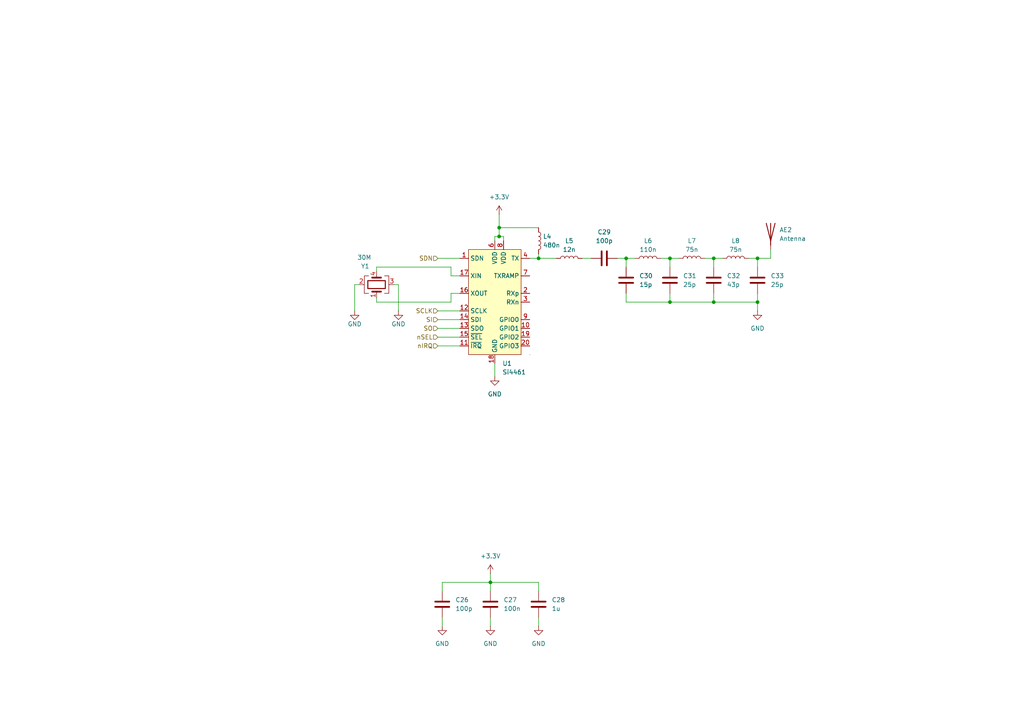
<source format=kicad_sch>
(kicad_sch (version 20231120) (generator "eeschema") (generator_version "8.0")
  (paper "A4")
  (title_block (title "Communication") (date "2025-01-03") (company "Vojtech Piroch"))
  (lib_symbols
    (symbol "Device:Antenna" (pin_numbers hide) (pin_names (offset 1.016) hide)
      (property "Reference" "AE" (at -1.905 1.905 0))
      (property "Value" "Antenna" (at -1.905 0 0))
      (symbol "Antenna_0_1"
        (polyline (pts (xy 0 2.54) (xy 0 -3.81)) (stroke (width 0.254)))
        (polyline (pts (xy 1.27 2.54) (xy 0 -2.54) (xy -1.27 2.54)) (stroke (width 0.254)))
      )
      (symbol "Antenna_1_1"
        (pin input line (at 0 -5.08 90) (length 2.54) (name "A") (number "1"))
      )
    )
    (symbol "Device:C" (pin_numbers hide) (pin_names (offset 0.254))
      (property "Reference" "C" (at 0.635 2.54 0))
      (property "Value" "C" (at 0.635 -2.54 0))
      (symbol "C_0_1"
        (polyline (pts (xy -2.032 -0.762) (xy 2.032 -0.762)) (stroke (width 0.508)))
        (polyline (pts (xy -2.032 0.762) (xy 2.032 0.762)) (stroke (width 0.508)))
      )
      (symbol "C_1_1"
        (pin passive line (at 0 3.81 270) (length 2.794) (name "~") (number "1"))
        (pin passive line (at 0 -3.81 90) (length 2.794) (name "~") (number "2"))
      )
    )
    (symbol "Device:Crystal_GND23" (pin_names (offset 1.016) hide)
      (property "Reference" "Y" (at 3.175 5.08 0))
      (property "Value" "Crystal_GND23" (at 3.175 3.175 0))
      (symbol "Crystal_GND23_0_1"
        (rectangle (start -1.143 2.54) (end 1.143 -2.54) (stroke (width 0.3048)))
        (polyline (pts (xy -2.54 0) (xy -2.032 0)))
        (polyline (pts (xy -2.032 -1.27) (xy -2.032 1.27)) (stroke (width 0.508)))
        (polyline (pts (xy 0 -3.81) (xy 0 -3.556)))
        (polyline (pts (xy 0 3.556) (xy 0 3.81)))
        (polyline (pts (xy 2.032 -1.27) (xy 2.032 1.27)) (stroke (width 0.508)))
        (polyline (pts (xy 2.032 0) (xy 2.54 0)))
        (polyline (pts (xy -2.54 -2.286) (xy -2.54 -3.556) (xy 2.54 -3.556) (xy 2.54 -2.286)))
        (polyline (pts (xy -2.54 2.286) (xy -2.54 3.556) (xy 2.54 3.556) (xy 2.54 2.286)))
      )
      (symbol "Crystal_GND23_1_1"
        (pin passive line (at -3.81 0 0) (length 1.27) (name "1") (number "1"))
        (pin passive line (at 0 5.08 270) (length 1.27) (name "2") (number "2"))
        (pin passive line (at 0 -5.08 90) (length 1.27) (name "3") (number "3"))
        (pin passive line (at 3.81 0 180) (length 1.27) (name "4") (number "4"))
      )
    )
    (symbol "Device:L" (pin_numbers hide) (pin_names (offset 1.016) hide)
      (property "Reference" "L" (at -1.27 0 90))
      (property "Value" "L" (at 1.905 0 90))
      (symbol "L_0_1"
        (arc (start 0 -2.54) (mid 0.6323 -1.905) (end 0 -1.27))
        (arc (start 0 -1.27) (mid 0.6323 -0.635) (end 0 0))
        (arc (start 0 0) (mid 0.6323 0.635) (end 0 1.27))
        (arc (start 0 1.27) (mid 0.6323 1.905) (end 0 2.54))
      )
      (symbol "L_1_1"
        (pin passive line (at 0 3.81 270) (length 1.27) (name "1") (number "1"))
        (pin passive line (at 0 -3.81 90) (length 1.27) (name "2") (number "2"))
      )
    )
    (symbol "RF:Si4461"
      (property "Reference" "U" (at -6.35 16.51 0))
      (property "Value" "Si4461" (at 6.35 16.51 0))
      (symbol "Si4461_0_1"
        (rectangle (start -7.62 15.24) (end 7.62 -15.24) (fill (type background)))
        (rectangle (start 10.16 -15.24) (end 10.16 -15.24))
      )
      (symbol "Si4461_1_1"
        (pin input line (at -10.16 12.7 0) (length 2.54) (name "SDN") (number "1"))
        (pin bidirectional line (at 10.16 -7.62 180) (length 2.54) (name "GPIO1") (number "10"))
        (pin open_collector line (at -10.16 -12.7 0) (length 2.54) (name "~{IRQ}") (number "11"))
        (pin input line (at -10.16 -2.54 0) (length 2.54) (name "SCLK") (number "12"))
        (pin output line (at -10.16 -7.62 0) (length 2.54) (name "SDO") (number "13"))
        (pin input line (at -10.16 -5.08 0) (length 2.54) (name "SDI") (number "14"))
        (pin input line (at -10.16 -10.16 0) (length 2.54) (name "~{SEL}") (number "15"))
        (pin passive line (at -10.16 2.54 0) (length 2.54) (name "XOUT") (number "16"))
        (pin input line (at -10.16 7.62 0) (length 2.54) (name "XIN") (number "17"))
        (pin power_in line (at 0 -17.78 90) (length 2.54) (name "GND") (number "18"))
        (pin bidirectional line (at 10.16 -10.16 180) (length 2.54) (name "GPIO2") (number "19"))
        (pin input line (at 10.16 2.54 180) (length 2.54) (name "RXp") (number "2"))
        (pin bidirectional line (at 10.16 -12.7 180) (length 2.54) (name "GPIO3") (number "20"))
        (pin passive line (at 0 -17.78 90) (length 2.54) hide (name "GND") (number "21"))
        (pin input line (at 10.16 0 180) (length 2.54) (name "RXn") (number "3"))
        (pin output line (at 10.16 12.7 180) (length 2.54) (name "TX") (number "4"))
        (pin no_connect line (at 7.62 -15.24 180) (length 2.54) hide (name "NC") (number "5"))
        (pin power_in line (at 0 17.78 270) (length 2.54) (name "VDD") (number "6"))
        (pin output line (at 10.16 7.62 180) (length 2.54) (name "TXRAMP") (number "7"))
        (pin power_in line (at 2.54 17.78 270) (length 2.54) (name "VDD") (number "8"))
        (pin bidirectional line (at 10.16 -5.08 180) (length 2.54) (name "GPIO0") (number "9"))
      )
    )
    (symbol "power:+3.3V" (power) (pin_numbers hide) (pin_names (offset 0) hide)
      (property "Value" "+3.3V" (at 0 3.556 0))
      (symbol "+3.3V_0_1"
        (polyline (pts (xy -0.762 1.27) (xy 0 2.54)))
        (polyline (pts (xy 0 0) (xy 0 2.54)))
        (polyline (pts (xy 0 2.54) (xy 0.762 1.27)))
      )
      (symbol "+3.3V_1_1"
        (pin power_in line (at 0 0 90) (length 0) (name "~") (number "1"))
      )
    )
    (symbol "power:GND" (power) (pin_numbers hide) (pin_names (offset 0) hide)
      (property "Value" "GND" (at 0 -3.81 0))
      (symbol "GND_0_1"
        (polyline (pts (xy 0 0) (xy 0 -1.27) (xy 1.27 -1.27) (xy 0 -2.54) (xy -1.27 -1.27) (xy 0 -1.27)))
      )
      (symbol "GND_1_1"
        (pin power_in line (at 0 0 270) (length 0) (name "~") (number "1"))
      )
    )
  )
  (junction (at 194.31 87.63))
  (junction (at 207.01 74.93))
  (junction (at 144.78 66.04))
  (junction (at 142.24 168.91))
  (junction (at 194.31 74.93))
  (junction (at 219.71 74.93))
  (junction (at 207.01 87.63))
  (junction (at 181.61 74.93))
  (junction (at 219.71 87.63))
  (junction (at 144.78 68.58))
  (junction (at 156.21 74.93))
  (wire (pts (xy 144.78 66.04) (xy 156.21 66.04)))
  (wire (pts (xy 127 95.25) (xy 133.35 95.25)))
  (wire (pts (xy 133.35 80.01) (xy 130.81 80.01)))
  (wire (pts (xy 142.24 168.91) (xy 142.24 171.45)))
  (wire (pts (xy 127 100.33) (xy 133.35 100.33)))
  (wire (pts (xy 143.51 105.41) (xy 143.51 109.22)))
  (wire (pts (xy 128.27 168.91) (xy 142.24 168.91)))
  (wire (pts (xy 156.21 179.07) (xy 156.21 181.61)))
  (wire (pts (xy 156.21 73.66) (xy 156.21 74.93)))
  (wire (pts (xy 219.71 87.63) (xy 219.71 90.17)))
  (wire (pts (xy 142.24 166.37) (xy 142.24 168.91)))
  (wire (pts (xy 142.24 168.91) (xy 156.21 168.91)))
  (wire (pts (xy 181.61 74.93) (xy 184.15 74.93)))
  (wire (pts (xy 156.21 171.45) (xy 156.21 168.91)))
  (wire (pts (xy 104.14 82.55) (xy 102.87 82.55)))
  (wire (pts (xy 219.71 85.09) (xy 219.71 87.63)))
  (wire (pts (xy 181.61 85.09) (xy 181.61 87.63)))
  (wire (pts (xy 127 97.79) (xy 133.35 97.79)))
  (wire (pts (xy 207.01 74.93) (xy 209.55 74.93)))
  (wire (pts (xy 153.67 74.93) (xy 156.21 74.93)))
  (wire (pts (xy 127 74.93) (xy 133.35 74.93)))
  (wire (pts (xy 144.78 68.58) (xy 146.05 68.58)))
  (wire (pts (xy 181.61 87.63) (xy 194.31 87.63)))
  (wire (pts (xy 207.01 87.63) (xy 207.01 85.09)))
  (wire (pts (xy 146.05 68.58) (xy 146.05 69.85)))
  (wire (pts (xy 144.78 66.04) (xy 144.78 68.58)))
  (wire (pts (xy 179.07 74.93) (xy 181.61 74.93)))
  (wire (pts (xy 130.81 80.01) (xy 130.81 77.47)))
  (wire (pts (xy 128.27 171.45) (xy 128.27 168.91)))
  (wire (pts (xy 219.71 74.93) (xy 223.52 74.93)))
  (wire (pts (xy 217.17 74.93) (xy 219.71 74.93)))
  (wire (pts (xy 204.47 74.93) (xy 207.01 74.93)))
  (wire (pts (xy 168.91 74.93) (xy 171.45 74.93)))
  (wire (pts (xy 127 92.71) (xy 133.35 92.71)))
  (wire (pts (xy 191.77 74.93) (xy 194.31 74.93)))
  (wire (pts (xy 219.71 74.93) (xy 219.71 77.47)))
  (wire (pts (xy 143.51 69.85) (xy 143.51 68.58)))
  (wire (pts (xy 144.78 62.23) (xy 144.78 66.04)))
  (wire (pts (xy 133.35 85.09) (xy 130.81 85.09)))
  (wire (pts (xy 219.71 87.63) (xy 207.01 87.63)))
  (wire (pts (xy 194.31 74.93) (xy 196.85 74.93)))
  (wire (pts (xy 127 90.17) (xy 133.35 90.17)))
  (wire (pts (xy 109.22 77.47) (xy 130.81 77.47)))
  (wire (pts (xy 102.87 82.55) (xy 102.87 90.17)))
  (wire (pts (xy 194.31 74.93) (xy 194.31 77.47)))
  (wire (pts (xy 109.22 77.47) (xy 109.22 78.74)))
  (wire (pts (xy 115.57 82.55) (xy 115.57 90.17)))
  (wire (pts (xy 223.52 72.39) (xy 223.52 74.93)))
  (wire (pts (xy 194.31 87.63) (xy 207.01 87.63)))
  (wire (pts (xy 130.81 85.09) (xy 130.81 87.63)))
  (wire (pts (xy 143.51 68.58) (xy 144.78 68.58)))
  (wire (pts (xy 207.01 74.93) (xy 207.01 77.47)))
  (wire (pts (xy 114.3 82.55) (xy 115.57 82.55)))
  (wire (pts (xy 142.24 179.07) (xy 142.24 181.61)))
  (wire (pts (xy 109.22 87.63) (xy 109.22 86.36)))
  (wire (pts (xy 109.22 87.63) (xy 130.81 87.63)))
  (wire (pts (xy 128.27 179.07) (xy 128.27 181.61)))
  (wire (pts (xy 194.31 85.09) (xy 194.31 87.63)))
  (wire (pts (xy 181.61 74.93) (xy 181.61 77.47)))
  (wire (pts (xy 156.21 74.93) (xy 161.29 74.93)))
  (hierarchical_label "nSEL" (shape input) (at 127 97.79 180))
  (hierarchical_label "SCLK" (shape input) (at 127 90.17 180))
  (hierarchical_label "nIRQ" (shape input) (at 127 100.33 180))
  (hierarchical_label "SDN" (shape input) (at 127 74.93 180))
  (hierarchical_label "SO" (shape input) (at 127 95.25 180))
  (hierarchical_label "SI" (shape input) (at 127 92.71 180))
  (symbol (lib_id "Device:L") (at 213.36 74.93 90) (unit 1)
    (property "Reference" "L8" (at 213.36 69.85 90))
    (property "Value" "75n" (at 213.36 72.39 90))
    (property "Footprint" "Inductor_SMD:L_0603_1608Metric_Pad1.05x0.95mm_HandSolder" (effects (hide yes)))
    (property "Description" "Inductor" (effects (hide yes)))
  )
  (symbol (lib_id "Device:L") (at 187.96 74.93 90) (unit 1)
    (property "Reference" "L6" (at 187.96 69.85 90))
    (property "Value" "110n" (at 187.96 72.39 90))
    (property "Footprint" "Inductor_SMD:L_0603_1608Metric_Pad1.05x0.95mm_HandSolder" (effects (hide yes)))
    (property "Description" "Inductor" (effects (hide yes)))
  )
  (symbol (lib_id "Device:L") (at 165.1 74.93 90) (unit 1)
    (property "Reference" "L5" (at 165.1 69.85 90))
    (property "Value" "12n" (at 165.1 72.39 90))
    (property "Footprint" "Inductor_SMD:L_0603_1608Metric_Pad1.05x0.95mm_HandSolder" (effects (hide yes)))
    (property "Description" "Inductor" (effects (hide yes)))
  )
  (symbol (lib_id "power:GND") (at 102.87 90.17 0) (unit 1)
    (property "Reference" "#PWR034" (effects (hide yes)))
    (property "Value" "GND" (at 102.87 93.98 0))
    (property "Description" "Power symbol creates a global label with name \"GND\" , ground" (effects (hide yes)))
  )
  (symbol (lib_id "Device:C") (at 219.71 81.28 180) (unit 1)
    (property "Reference" "C33" (at 223.52 80.0099 0) (effects (justify right)))
    (property "Value" "25p" (at 223.52 82.5499 0) (effects (justify right)))
    (property "Footprint" "Capacitor_SMD:C_0603_1608Metric_Pad1.08x0.95mm_HandSolder" (effects (hide yes)))
    (property "Description" "Unpolarized capacitor" (effects (hide yes)))
  )
  (symbol (lib_id "Device:Antenna") (at 223.52 67.31 0) (unit 1)
    (property "Reference" "AE2" (at 226.06 66.6749 0) (effects (justify left)))
    (property "Value" "Antenna" (at 226.06 69.2149 0) (effects (justify left)))
    (property "Footprint" "Library:BNC_Connector_PCB" (effects (hide yes)))
    (property "Description" "Antenna" (effects (hide yes)))
  )
  (symbol (lib_id "power:+3.3V") (at 142.24 166.37 0) (unit 1)
    (property "Reference" "#PWR052" (effects (hide yes)))
    (property "Value" "+3.3V" (at 142.24 161.29 0))
    (property "Description" "Power symbol creates a global label with name \"+3.3V\"" (effects (hide yes)))
  )
  (symbol (lib_id "power:+3.3V") (at 144.78 62.23 0) (unit 1)
    (property "Reference" "#PWR015" (effects (hide yes)))
    (property "Value" "+3.3V" (at 144.78 57.15 0))
    (property "Description" "Power symbol creates a global label with name \"+3.3V\"" (effects (hide yes)))
  )
  (symbol (lib_id "Device:C") (at 156.21 175.26 0) (unit 1)
    (property "Reference" "C28" (at 160.02 173.9899 0) (effects (justify left)))
    (property "Value" "1u" (at 160.02 176.5299 0) (effects (justify left)))
    (property "Footprint" "Capacitor_SMD:C_0603_1608Metric_Pad1.08x0.95mm_HandSolder" (effects (hide yes)))
    (property "Description" "Unpolarized capacitor" (effects (hide yes)))
  )
  (symbol (lib_id "Device:L") (at 200.66 74.93 90) (unit 1)
    (property "Reference" "L7" (at 200.66 69.85 90))
    (property "Value" "75n" (at 200.66 72.39 90))
    (property "Footprint" "Inductor_SMD:L_0603_1608Metric_Pad1.05x0.95mm_HandSolder" (effects (hide yes)))
    (property "Description" "Inductor" (effects (hide yes)))
  )
  (symbol (lib_id "Device:Crystal_GND23") (at 109.22 82.55 90) (unit 1)
    (property "Reference" "Y1" (at 105.918 77.216 90))
    (property "Value" "30M" (at 105.664 74.676 90))
    (property "Description" "Four pin crystal, GND on pins 2 and 3" (effects (hide yes)))
  )
  (symbol (lib_id "power:GND") (at 143.51 109.22 0) (unit 1)
    (property "Reference" "#PWR053" (effects (hide yes)))
    (property "Value" "GND" (at 143.51 114.3 0))
    (property "Description" "Power symbol creates a global label with name \"GND\" , ground" (effects (hide yes)))
  )
  (symbol (lib_id "power:GND") (at 115.57 90.17 0) (unit 1)
    (property "Reference" "#PWR065" (effects (hide yes)))
    (property "Value" "GND" (at 115.57 93.98 0))
    (property "Description" "Power symbol creates a global label with name \"GND\" , ground" (effects (hide yes)))
  )
  (symbol (lib_id "RF:Si4461") (at 143.51 87.63 0) (unit 1)
    (property "Reference" "U1" (at 145.7041 105.41 0) (effects (justify left)))
    (property "Value" "Si4461" (at 145.7041 107.95 0) (effects (justify left)))
    (property "Footprint" "Package_DFN_QFN:QFN-20-1EP_4x4mm_P0.5mm_EP2.6x2.6mm_ThermalVias" (effects (hide yes)))
    (property "Datasheet" "https://www.silabs.com/documents/public/data-sheets/Si4464-63-61-60.pdf" (effects (hide yes)))
    (property "Description" "High-Performance, Low-Current Sub-GHz Transceiver, +16dBm, Major bands 142-1050 MHz, QFN-20" (effects (hide yes)))
  )
  (symbol (lib_id "Device:C") (at 181.61 81.28 180) (unit 1)
    (property "Reference" "C30" (at 185.42 80.0099 0) (effects (justify right)))
    (property "Value" "15p" (at 185.42 82.5499 0) (effects (justify right)))
    (property "Footprint" "Capacitor_SMD:C_0603_1608Metric_Pad1.08x0.95mm_HandSolder" (effects (hide yes)))
    (property "Description" "Unpolarized capacitor" (effects (hide yes)))
  )
  (symbol (lib_id "Device:C") (at 128.27 175.26 0) (unit 1)
    (property "Reference" "C26" (at 132.08 173.9899 0) (effects (justify left)))
    (property "Value" "100p" (at 132.08 176.5299 0) (effects (justify left)))
    (property "Footprint" "Capacitor_SMD:C_0603_1608Metric_Pad1.08x0.95mm_HandSolder" (effects (hide yes)))
    (property "Description" "Unpolarized capacitor" (effects (hide yes)))
  )
  (symbol (lib_id "power:GND") (at 128.27 181.61 0) (unit 1)
    (property "Reference" "#PWR016" (effects (hide yes)))
    (property "Value" "GND" (at 128.27 186.69 0))
    (property "Description" "Power symbol creates a global label with name \"GND\" , ground" (effects (hide yes)))
  )
  (symbol (lib_id "power:GND") (at 219.71 90.17 0) (unit 1)
    (property "Reference" "#PWR019" (effects (hide yes)))
    (property "Value" "GND" (at 219.71 95.25 0))
    (property "Description" "Power symbol creates a global label with name \"GND\" , ground" (effects (hide yes)))
  )
  (symbol (lib_id "Device:C") (at 142.24 175.26 0) (unit 1)
    (property "Reference" "C27" (at 146.05 173.9899 0) (effects (justify left)))
    (property "Value" "100n" (at 146.05 176.5299 0) (effects (justify left)))
    (property "Footprint" "Capacitor_SMD:C_0603_1608Metric_Pad1.08x0.95mm_HandSolder" (effects (hide yes)))
    (property "Description" "Unpolarized capacitor" (effects (hide yes)))
  )
  (symbol (lib_id "Device:L") (at 156.21 69.85 0) (unit 1)
    (property "Reference" "L4" (at 157.48 68.5799 0) (effects (justify left)))
    (property "Value" "480n" (at 157.48 71.1199 0) (effects (justify left)))
    (property "Footprint" "Inductor_SMD:L_0603_1608Metric_Pad1.05x0.95mm_HandSolder" (effects (hide yes)))
    (property "Description" "Inductor" (effects (hide yes)))
  )
  (symbol (lib_id "power:GND") (at 156.21 181.61 0) (unit 1)
    (property "Reference" "#PWR018" (effects (hide yes)))
    (property "Value" "GND" (at 156.21 186.69 0))
    (property "Description" "Power symbol creates a global label with name \"GND\" , ground" (effects (hide yes)))
  )
  (symbol (lib_id "Device:C") (at 175.26 74.93 90) (unit 1)
    (property "Reference" "C29" (at 175.26 67.31 90))
    (property "Value" "100p" (at 175.26 69.85 90))
    (property "Footprint" "Capacitor_SMD:C_0603_1608Metric_Pad1.08x0.95mm_HandSolder" (effects (hide yes)))
    (property "Description" "Unpolarized capacitor" (effects (hide yes)))
  )
  (symbol (lib_id "Device:C") (at 207.01 81.28 180) (unit 1)
    (property "Reference" "C32" (at 210.82 80.0099 0) (effects (justify right)))
    (property "Value" "43p" (at 210.82 82.5499 0) (effects (justify right)))
    (property "Footprint" "Capacitor_SMD:C_0603_1608Metric_Pad1.08x0.95mm_HandSolder" (effects (hide yes)))
    (property "Description" "Unpolarized capacitor" (effects (hide yes)))
  )
  (symbol (lib_id "power:GND") (at 142.24 181.61 0) (unit 1)
    (property "Reference" "#PWR014" (effects (hide yes)))
    (property "Value" "GND" (at 142.24 186.69 0))
    (property "Description" "Power symbol creates a global label with name \"GND\" , ground" (effects (hide yes)))
  )
  (symbol (lib_id "Device:C") (at 194.31 81.28 180) (unit 1)
    (property "Reference" "C31" (at 198.12 80.0099 0) (effects (justify right)))
    (property "Value" "25p" (at 198.12 82.5499 0) (effects (justify right)))
    (property "Footprint" "Capacitor_SMD:C_0603_1608Metric_Pad1.08x0.95mm_HandSolder" (effects (hide yes)))
    (property "Description" "Unpolarized capacitor" (effects (hide yes)))
  )
)
</source>
